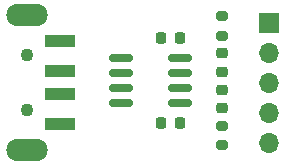
<source format=gts>
%TF.GenerationSoftware,KiCad,Pcbnew,(6.0.4-0)*%
%TF.CreationDate,2022-04-26T17:29:11+08:00*%
%TF.ProjectId,usb-ttl,7573622d-7474-46c2-9e6b-696361645f70,rev?*%
%TF.SameCoordinates,Original*%
%TF.FileFunction,Soldermask,Top*%
%TF.FilePolarity,Negative*%
%FSLAX46Y46*%
G04 Gerber Fmt 4.6, Leading zero omitted, Abs format (unit mm)*
G04 Created by KiCad (PCBNEW (6.0.4-0)) date 2022-04-26 17:29:11*
%MOMM*%
%LPD*%
G01*
G04 APERTURE LIST*
G04 Aperture macros list*
%AMRoundRect*
0 Rectangle with rounded corners*
0 $1 Rounding radius*
0 $2 $3 $4 $5 $6 $7 $8 $9 X,Y pos of 4 corners*
0 Add a 4 corners polygon primitive as box body*
4,1,4,$2,$3,$4,$5,$6,$7,$8,$9,$2,$3,0*
0 Add four circle primitives for the rounded corners*
1,1,$1+$1,$2,$3*
1,1,$1+$1,$4,$5*
1,1,$1+$1,$6,$7*
1,1,$1+$1,$8,$9*
0 Add four rect primitives between the rounded corners*
20,1,$1+$1,$2,$3,$4,$5,0*
20,1,$1+$1,$4,$5,$6,$7,0*
20,1,$1+$1,$6,$7,$8,$9,0*
20,1,$1+$1,$8,$9,$2,$3,0*%
G04 Aperture macros list end*
%ADD10RoundRect,0.225000X0.225000X0.250000X-0.225000X0.250000X-0.225000X-0.250000X0.225000X-0.250000X0*%
%ADD11RoundRect,0.218750X0.256250X-0.218750X0.256250X0.218750X-0.256250X0.218750X-0.256250X-0.218750X0*%
%ADD12RoundRect,0.200000X-0.275000X0.200000X-0.275000X-0.200000X0.275000X-0.200000X0.275000X0.200000X0*%
%ADD13RoundRect,0.218750X-0.256250X0.218750X-0.256250X-0.218750X0.256250X-0.218750X0.256250X0.218750X0*%
%ADD14RoundRect,0.150000X-0.825000X-0.150000X0.825000X-0.150000X0.825000X0.150000X-0.825000X0.150000X0*%
%ADD15RoundRect,0.200000X0.275000X-0.200000X0.275000X0.200000X-0.275000X0.200000X-0.275000X-0.200000X0*%
%ADD16O,1.700000X1.700000*%
%ADD17R,1.700000X1.700000*%
%ADD18C,1.100000*%
%ADD19R,2.500000X1.100000*%
%ADD20O,3.500000X1.900000*%
G04 APERTURE END LIST*
D10*
%TO.C,C1*%
X175975000Y-95400000D03*
X174425000Y-95400000D03*
%TD*%
D11*
%TO.C,D2*%
X179600000Y-91087500D03*
X179600000Y-89512500D03*
%TD*%
D12*
%TO.C,R2*%
X179600000Y-86375000D03*
X179600000Y-88025000D03*
%TD*%
D13*
%TO.C,D1*%
X179600000Y-92612500D03*
X179600000Y-94187500D03*
%TD*%
D14*
%TO.C,U1*%
X171025000Y-89895000D03*
X171025000Y-91165000D03*
X171025000Y-92435000D03*
X171025000Y-93705000D03*
X175975000Y-93705000D03*
X175975000Y-92435000D03*
X175975000Y-91165000D03*
X175975000Y-89895000D03*
%TD*%
D15*
%TO.C,R1*%
X179600000Y-97300000D03*
X179600000Y-95650000D03*
%TD*%
D16*
%TO.C,J2*%
X183525000Y-97080000D03*
X183525000Y-94540000D03*
X183525000Y-92000000D03*
X183525000Y-89460000D03*
D17*
X183525000Y-86920000D03*
%TD*%
D18*
%TO.C,J1*%
X163100000Y-89700000D03*
X163100000Y-94300000D03*
D19*
X165850000Y-95500000D03*
X165850000Y-93000000D03*
X165850000Y-91000000D03*
X165850000Y-88500000D03*
D20*
X163100000Y-86300000D03*
X163100000Y-97700000D03*
%TD*%
D10*
%TO.C,C2*%
X174425000Y-88200000D03*
X175975000Y-88200000D03*
%TD*%
M02*

</source>
